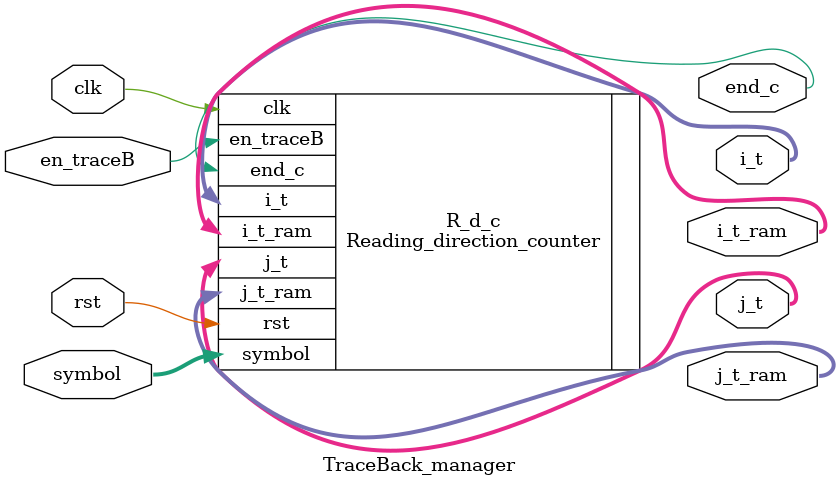
<source format=v>
`include "c:\..."

`include "Reading_direction_counter.v"

module TraceBack_manager#(
    parameter N=128, 
    parameter BitAddr = $clog2(N+1)
) (
    input wire clk,rst,
    input wire en_traceB,
    input wire [2:0] symbol,
    output wire end_c,
    output wire [BitAddr:0] i_t, j_t,
    output wire [BitAddr:0] i_t_ram, j_t_ram
);
    Reading_direction_counter#(
        .N(N)
    ) R_d_c(
        .clk(clk),
        .rst(rst),
        .en_traceB(en_traceB),
        .symbol(symbol),
        .end_c(end_c),
        .i_t(i_t),
        .j_t(j_t),
        .i_t_ram(i_t_ram),
        .j_t_ram(j_t_ram)
    );
endmodule
</source>
